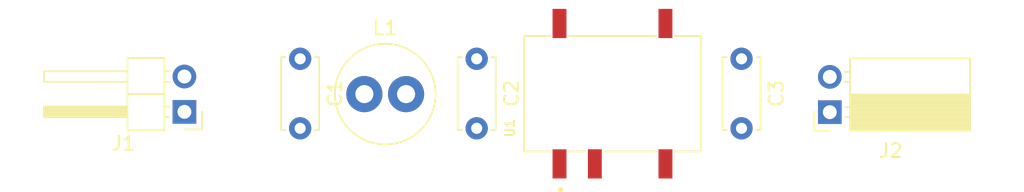
<source format=kicad_pcb>
(kicad_pcb (version 20240108) (generator "pcbnew") (generator_version "8.0")
  (layers (0 "F.Cu" signal) (31 "B.Cu" signal) (34 "B.Paste" user) (35 "F.Paste" user) (36 "B.SilkS" user "B.Silkscreen") (37 "F.SilkS" user "F.Silkscreen") (38 "B.Mask" user) (39 "F.Mask" user) (44 "Edge.Cuts" user))
  (net 0 "")
  (net 1 "/5V_IN")
  (net 2 "/GND")
  (net 3 "Net-(U1-VIN)")
  (net 4 "/5V_OUT")
  (net 5 "/0V_OUT")
  (footprint "Capacitor_THT:C_Disc_D5.0mm_W2.5mm_P5.00mm" (layer "F.Cu") (at 72.39 74.93 -90)
    (property "Reference" "C1" (at 2.5 -2.5 90) (layer "F.SilkS"))
    (property "Value" "4.7μF")
    (fp_line (start -0.12 1.37) (end 5.12 1.37) (stroke (width 0.12)) (layer "F.SilkS"))
    (fp_line (start -0.12 1.055) (end -0.12 1.37) (stroke (width 0.12)) (layer "F.SilkS"))
    (fp_line (start 5.12 1.055) (end 5.12 1.37) (stroke (width 0.12)) (layer "F.SilkS"))
    (fp_line (start -0.12 -1.37) (end -0.12 -1.055) (stroke (width 0.12)) (layer "F.SilkS"))
    (fp_line (start -0.12 -1.37) (end 5.12 -1.37) (stroke (width 0.12)) (layer "F.SilkS"))
    (fp_line (start 5.12 -1.37) (end 5.12 -1.055) (stroke (width 0.12)) (layer "F.SilkS"))
    (pad "1" thru_hole circle (at 0 0 270) (size 1.6 1.6) (drill 0.8) (layers "*.Cu" "*.Mask") (net 1 "/5V_IN"))
    (pad "2" thru_hole circle (at 5 0 270) (size 1.6 1.6) (drill 0.8) (layers "*.Cu" "*.Mask") (net 2 "/GND"))
  )
  (footprint "Connector_PinSocket_2.54mm:PinSocket_1x02_P2.54mm_Horizontal" (layer "F.Cu") (at 110.49 78.77 180)
    (property "Reference" "J2" (at -4.38 -2.77 180) (layer "F.SilkS"))
    (property "Value" "Conn_01x02_Pin")
    (fp_line (start 1.11 -1.33) (end 1.11 0) (stroke (width 0.12)) (layer "F.SilkS"))
    (fp_line (start 0 -1.33) (end 1.11 -1.33) (stroke (width 0.12)) (layer "F.SilkS"))
    (fp_line (start -1.46 2.9) (end -1.05 2.9) (stroke (width 0.12)) (layer "F.SilkS"))
    (fp_line (start -1.46 2.18) (end -1.05 2.18) (stroke (width 0.12)) (layer "F.SilkS"))
    (fp_line (start -1.46 0.36) (end -1.11 0.36) (stroke (width 0.12)) (layer "F.SilkS"))
    (fp_line (start -1.46 -0.36) (end -1.11 -0.36) (stroke (width 0.12)) (layer "F.SilkS"))
    (fp_line (start -1.46 -1.33) (end -1.46 3.87) (stroke (width 0.12)) (layer "F.SilkS"))
    (fp_line (start -10.09 3.87) (end -1.46 3.87) (stroke (width 0.12)) (layer "F.SilkS"))
    (fp_line (start -10.09 1.27) (end -1.46 1.27) (stroke (width 0.12)) (layer "F.SilkS"))
    (fp_line (start -10.09 1.1519) (end -1.46 1.1519) (stroke (width 0.12)) (layer "F.SilkS"))
    (fp_line (start -10.09 1.033805) (end -1.46 1.033805) (stroke (width 0.12)) (layer "F.SilkS"))
    (fp_line (start -10.09 0.91571) (end -1.46 0.91571) (stroke (width 0.12)) (layer "F.SilkS"))
    (fp_line (start -10.09 0.797615) (end -1.46 0.797615) (stroke (width 0.12)) (layer "F.SilkS"))
    (fp_line (start -10.09 0.67952) (end -1.46 0.67952) (stroke (width 0.12)) (layer "F.SilkS"))
    (fp_line (start -10.09 0.561425) (end -1.46 0.561425) (stroke (width 0.12)) (layer "F.SilkS"))
    (fp_line (start -10.09 0.44333) (end -1.46 0.44333) (stroke (width 0.12)) (layer "F.SilkS"))
    (fp_line (start -10.09 0.325235) (end -1.46 0.325235) (stroke (width 0.12)) (layer "F.SilkS"))
    (fp_line (start -10.09 0.20714) (end -1.46 0.20714) (stroke (width 0.12)) (layer "F.SilkS"))
    (fp_line (start -10.09 0.089045) (end -1.46 0.089045) (stroke (width 0.12)) (layer "F.SilkS"))
    (fp_line (start -10.09 -0.02905) (end -1.46 -0.02905) (stroke (width 0.12)) (layer "F.SilkS"))
    (fp_line (start -10.09 -0.147145) (end -1.46 -0.147145) (stroke (width 0.12)) (layer "F.SilkS"))
    (fp_line (start -10.09 -0.26524) (end -1.46 -0.26524) (stroke (width 0.12)) (layer "F.SilkS"))
    (fp_line (start -10.09 -0.383335) (end -1.46 -0.383335) (stroke (width 0.12)) (layer "F.SilkS"))
    (fp_line (start -10.09 -0.50143) (end -1.46 -0.50143) (stroke (width 0.12)) (layer "F.SilkS"))
    (fp_line (start -10.09 -0.619525) (end -1.46 -0.619525) (stroke (width 0.12)) (layer "F.SilkS"))
    (fp_line (start -10.09 -0.73762) (end -1.46 -0.73762) (stroke (width 0.12)) (layer "F.SilkS"))
    (fp_line (start -10.09 -0.855715) (end -1.46 -0.855715) (stroke (width 0.12)) (layer "F.SilkS"))
    (fp_line (start -10.09 -0.97381) (end -1.46 -0.97381) (stroke (width 0.12)) (layer "F.SilkS"))
    (fp_line (start -10.09 -1.091905) (end -1.46 -1.091905) (stroke (width 0.12)) (layer "F.SilkS"))
    (fp_line (start -10.09 -1.21) (end -1.46 -1.21) (stroke (width 0.12)) (layer "F.SilkS"))
    (fp_line (start -10.09 -1.33) (end -1.46 -1.33) (stroke (width 0.12)) (layer "F.SilkS"))
    (fp_line (start -10.09 -1.33) (end -10.09 3.87) (stroke (width 0.12)) (layer "F.SilkS"))
    (pad "1" thru_hole rect (at 0 0 180) (size 1.7 1.7) (drill 1) (layers "*.Cu" "*.Mask") (net 5 "/0V_OUT"))
    (pad "2" thru_hole oval (at 0 2.54 180) (size 1.7 1.7) (drill 1) (layers "*.Cu" "*.Mask") (net 4 "/5V_OUT"))
  )
  (footprint "Connector_PinHeader_2.54mm:PinHeader_1x02_P2.54mm_Horizontal" (layer "F.Cu") (at 64.065 78.745 180)
    (property "Reference" "J1" (at 4.385 -2.27 180) (layer "F.SilkS"))
    (property "Value" "Conn_01x02_Pin")
    (fp_line (start 10.1 2.92) (end 4.1 2.92) (stroke (width 0.12)) (layer "F.SilkS"))
    (fp_line (start 10.1 2.16) (end 10.1 2.92) (stroke (width 0.12)) (layer "F.SilkS"))
    (fp_line (start 10.1 0.38) (end 4.1 0.38) (stroke (width 0.12)) (layer "F.SilkS"))
    (fp_line (start 10.1 -0.38) (end 10.1 0.38) (stroke (width 0.12)) (layer "F.SilkS"))
    (fp_line (start 4.1 3.87) (end 4.1 -1.33) (stroke (width 0.12)) (layer "F.SilkS"))
    (fp_line (start 4.1 2.16) (end 10.1 2.16) (stroke (width 0.12)) (layer "F.SilkS"))
    (fp_line (start 4.1 0.28) (end 10.1 0.28) (stroke (width 0.12)) (layer "F.SilkS"))
    (fp_line (start 4.1 0.16) (end 10.1 0.16) (stroke (width 0.12)) (layer "F.SilkS"))
    (fp_line (start 4.1 0.04) (end 10.1 0.04) (stroke (width 0.12)) (layer "F.SilkS"))
    (fp_line (start 4.1 -0.08) (end 10.1 -0.08) (stroke (width 0.12)) (layer "F.SilkS"))
    (fp_line (start 4.1 -0.2) (end 10.1 -0.2) (stroke (width 0.12)) (layer "F.SilkS"))
    (fp_line (start 4.1 -0.32) (end 10.1 -0.32) (stroke (width 0.12)) (layer "F.SilkS"))
    (fp_line (start 4.1 -0.38) (end 10.1 -0.38) (stroke (width 0.12)) (layer "F.SilkS"))
    (fp_line (start 4.1 -1.33) (end 1.44 -1.33) (stroke (width 0.12)) (layer "F.SilkS"))
    (fp_line (start 1.44 3.87) (end 4.1 3.87) (stroke (width 0.12)) (layer "F.SilkS"))
    (fp_line (start 1.44 1.27) (end 4.1 1.27) (stroke (width 0.12)) (layer "F.SilkS"))
    (fp_line (start 1.44 -1.33) (end 1.44 3.87) (stroke (width 0.12)) (layer "F.SilkS"))
    (fp_line (start 1.11 0.38) (end 1.44 0.38) (stroke (width 0.12)) (layer "F.SilkS"))
    (fp_line (start 1.11 -0.38) (end 1.44 -0.38) (stroke (width 0.12)) (layer "F.SilkS"))
    (fp_line (start 1.042929 2.92) (end 1.44 2.92) (stroke (width 0.12)) (layer "F.SilkS"))
    (fp_line (start 1.042929 2.16) (end 1.44 2.16) (stroke (width 0.12)) (layer "F.SilkS"))
    (fp_line (start -1.27 0) (end -1.27 -1.27) (stroke (width 0.12)) (layer "F.SilkS"))
    (fp_line (start -1.27 -1.27) (end 0 -1.27) (stroke (width 0.12)) (layer "F.SilkS"))
    (pad "1" thru_hole rect (at 0 0 180) (size 1.7 1.7) (drill 1) (layers "*.Cu" "*.Mask") (net 2 "/GND"))
    (pad "2" thru_hole oval (at 0 2.54 180) (size 1.7 1.7) (drill 1) (layers "*.Cu" "*.Mask") (net 1 "/5V_IN"))
  )
  (footprint "Capacitor_THT:C_Disc_D5.0mm_W2.5mm_P5.00mm" (layer "F.Cu") (at 104.14 74.93 -90)
    (property "Reference" "C3" (at 2.5 -2.5 90) (layer "F.SilkS"))
    (property "Value" "10μF")
    (fp_line (start -0.12 1.37) (end 5.12 1.37) (stroke (width 0.12)) (layer "F.SilkS"))
    (fp_line (start -0.12 1.055) (end -0.12 1.37) (stroke (width 0.12)) (layer "F.SilkS"))
    (fp_line (start 5.12 1.055) (end 5.12 1.37) (stroke (width 0.12)) (layer "F.SilkS"))
    (fp_line (start -0.12 -1.37) (end -0.12 -1.055) (stroke (width 0.12)) (layer "F.SilkS"))
    (fp_line (start -0.12 -1.37) (end 5.12 -1.37) (stroke (width 0.12)) (layer "F.SilkS"))
    (fp_line (start 5.12 -1.37) (end 5.12 -1.055) (stroke (width 0.12)) (layer "F.SilkS"))
    (pad "1" thru_hole circle (at 0 0 270) (size 1.6 1.6) (drill 0.8) (layers "*.Cu" "*.Mask") (net 4 "/5V_OUT"))
    (pad "2" thru_hole circle (at 5 0 270) (size 1.6 1.6) (drill 0.8) (layers "*.Cu" "*.Mask") (net 5 "/0V_OUT"))
  )
  (footprint "PDS2-S5-S5-M:CONV_PDS2-S5-S5-M" (layer "F.Cu") (at 94.8575 77.44 90)
    (property "Reference" "U1" (at -2.480613 -7.373918 270) (layer "F.SilkS") (effects (font (size 0.643272 0.643272))))
    (property "Value" "PDS2-S5-S5-M")
    (fp_line (start 4.15 -6.35) (end 4.15 -4.49) (stroke (width 0.127)) (layer "F.SilkS"))
    (fp_line (start -4.15 -6.35) (end 4.15 -6.35) (stroke (width 0.127)) (layer "F.SilkS"))
    (fp_line (start -4.15 -6.35) (end -4.15 -4.49) (stroke (width 0.127)) (layer "F.SilkS"))
    (fp_line (start -4.15 -3.13) (end -4.15 -1.95) (stroke (width 0.127)) (layer "F.SilkS"))
    (fp_line (start -4.15 -0.58) (end -4.15 3.12) (stroke (width 0.127)) (layer "F.SilkS"))
    (fp_line (start 4.15 3.12) (end 4.15 -3.13) (stroke (width 0.127)) (layer "F.SilkS"))
    (fp_line (start 4.15 6.35) (end 4.15 4.49) (stroke (width 0.127)) (layer "F.SilkS"))
    (fp_line (start 4.15 6.35) (end -4.15 6.35) (stroke (width 0.127)) (layer "F.SilkS"))
    (fp_line (start -4.15 6.35) (end -4.15 4.5) (stroke (width 0.127)) (layer "F.SilkS"))
    (fp_circle (center -6.9 -3.73) (end -6.8 -3.73) (stroke (width 0.2)) (fill none) (layer "F.SilkS"))
    (pad "1" smd rect (at -5.05 -3.81 90) (size 2.1 1) (layers "F.Cu" "F.Paste" "F.Mask") (net 2 "/GND"))
    (pad "2" smd rect (at -5.05 -1.27 90) (size 2.1 1) (layers "F.Cu" "F.Paste" "F.Mask") (net 3 "Net-(U1-VIN)"))
    (pad "4" smd rect (at -5.05 3.81 90) (size 2.1 1) (layers "F.Cu" "F.Paste" "F.Mask") (net 5 "/0V_OUT"))
    (pad "5" smd rect (at 5.05 3.81 90) (size 2.1 1) (layers "F.Cu" "F.Paste" "F.Mask") (net 4 "/5V_OUT"))
    (pad "8" smd rect (at 5.05 -3.81 90) (size 2.1 1) (layers "F.Cu" "F.Paste" "F.Mask"))
  )
  (footprint "Capacitor_THT:C_Disc_D5.0mm_W2.5mm_P5.00mm" (layer "F.Cu") (at 85.09 74.93 -90)
    (property "Reference" "C2" (at 2.5 -2.5 90) (layer "F.SilkS"))
    (property "Value" "4.7μF")
    (fp_line (start -0.12 1.37) (end 5.12 1.37) (stroke (width 0.12)) (layer "F.SilkS"))
    (fp_line (start -0.12 1.055) (end -0.12 1.37) (stroke (width 0.12)) (layer "F.SilkS"))
    (fp_line (start 5.12 1.055) (end 5.12 1.37) (stroke (width 0.12)) (layer "F.SilkS"))
    (fp_line (start -0.12 -1.37) (end -0.12 -1.055) (stroke (width 0.12)) (layer "F.SilkS"))
    (fp_line (start -0.12 -1.37) (end 5.12 -1.37) (stroke (width 0.12)) (layer "F.SilkS"))
    (fp_line (start 5.12 -1.37) (end 5.12 -1.055) (stroke (width 0.12)) (layer "F.SilkS"))
    (pad "1" thru_hole circle (at 0 0 270) (size 1.6 1.6) (drill 0.8) (layers "*.Cu" "*.Mask") (net 3 "Net-(U1-VIN)"))
    (pad "2" thru_hole circle (at 5 0 270) (size 1.6 1.6) (drill 0.8) (layers "*.Cu" "*.Mask") (net 2 "/GND"))
  )
  (footprint "Inductor_THT:L_Radial_D7.0mm_P3.00mm" (layer "F.Cu") (at 77.01 77.47)
    (property "Reference" "L1" (at 1.5 -4.75 0) (layer "F.SilkS"))
    (property "Value" "6.8μH")
    (fp_circle (center 1.5 0) (end 5.12 0) (stroke (width 0.12)) (fill none) (layer "F.SilkS"))
    (pad "1" thru_hole circle (at 0 0) (size 2.6 2.6) (drill 1.3) (layers "*.Cu" "*.Mask") (net 1 "/5V_IN"))
    (pad "2" thru_hole circle (at 3 0) (size 2.6 2.6) (drill 1.3) (layers "*.Cu" "*.Mask") (net 3 "Net-(U1-VIN)"))
  )
)
</source>
